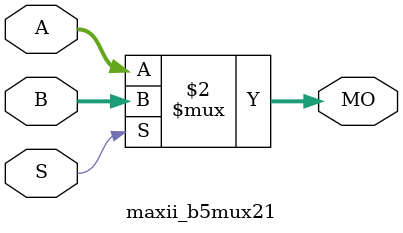
<source format=v>
module maxii_b5mux21 (MO, A, B, S);
   input [4:0] A, B;
   input       S;
   output [4:0] MO; 
   assign MO = (S == 1) ? B : A; 
endmodule
</source>
